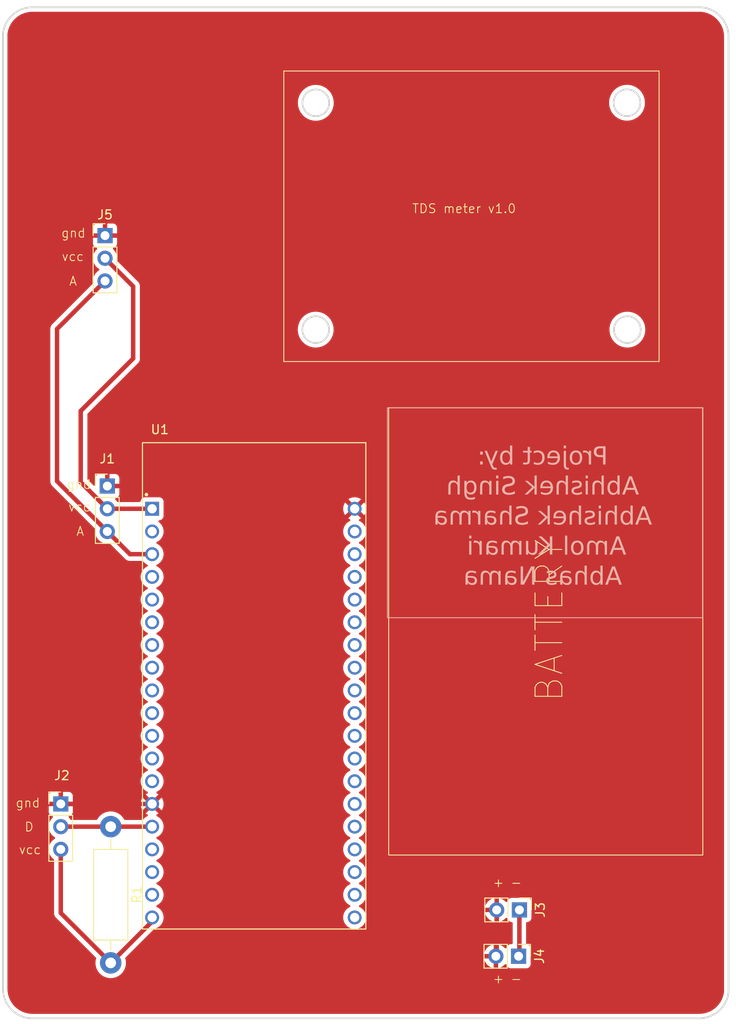
<source format=kicad_pcb>
(kicad_pcb (version 20240108) (generator "pcbnew") (generator_version "8.0")
  (title_block (title "PCB Water testing kit") (date "2024-04-08") (rev "V 1.0"))
  (layers (0 "F.Cu" signal) (31 "B.Cu" signal) (34 "B.Paste" user) (35 "F.Paste" user) (36 "B.SilkS" user "B.Silkscreen") (37 "F.SilkS" user "F.Silkscreen") (38 "B.Mask" user) (39 "F.Mask" user) (44 "Edge.Cuts" user))
  (net 0 "")
  (net 1 "Net-(J1-Pin_3)")
  (net 2 "Net-(J1-Pin_2)")
  (net 3 "Net-(J2-Pin_2)")
  (net 4 "Net-(J2-Pin_3)")
  (net 5 "vcc")
  (net 6 "gnd")
  (footprint "Connector_PinHeader_2.54mm:PinHeader_1x03_P2.54mm_Vertical" (layer "F.Cu") (at 44.072 58.005)
    (property "Reference" "J5" (at 0 -2.33 0) (layer "F.SilkS"))
    (property "Value" "TDS Sensor")
    (fp_line (start -1.33 -1.33) (end 0 -1.33) (stroke (width 0.12)) (layer "F.SilkS"))
    (fp_line (start -1.33 0) (end -1.33 -1.33) (stroke (width 0.12)) (layer "F.SilkS"))
    (fp_line (start -1.33 1.27) (end -1.33 6.41) (stroke (width 0.12)) (layer "F.SilkS"))
    (fp_line (start -1.33 1.27) (end 1.33 1.27) (stroke (width 0.12)) (layer "F.SilkS"))
    (fp_line (start -1.33 6.41) (end 1.33 6.41) (stroke (width 0.12)) (layer "F.SilkS"))
    (fp_line (start 1.33 1.27) (end 1.33 6.41) (stroke (width 0.12)) (layer "F.SilkS"))
    (pad "1" thru_hole rect (at 0 0) (size 1.7 1.7) (drill 1) (layers "*.Cu" "*.Mask") (net 6 "gnd"))
    (pad "2" thru_hole oval (at 0 2.54) (size 1.7 1.7) (drill 1) (layers "*.Cu" "*.Mask") (net 2 "Net-(J1-Pin_2)"))
    (pad "3" thru_hole oval (at 0 5.08) (size 1.7 1.7) (drill 1) (layers "*.Cu" "*.Mask") (net 1 "Net-(J1-Pin_3)"))
  )
  (footprint "Connector_PinHeader_2.54mm:PinHeader_1x03_P2.54mm_Vertical" (layer "F.Cu") (at 39.119 121.585)
    (property "Reference" "J2" (at 0.127 -3.175 0) (layer "F.SilkS"))
    (property "Value" "DS18B20")
    (fp_line (start -1.33 -1.33) (end 0 -1.33) (stroke (width 0.12)) (layer "F.SilkS"))
    (fp_line (start -1.33 0) (end -1.33 -1.33) (stroke (width 0.12)) (layer "F.SilkS"))
    (fp_line (start -1.33 1.27) (end -1.33 6.41) (stroke (width 0.12)) (layer "F.SilkS"))
    (fp_line (start -1.33 1.27) (end 1.33 1.27) (stroke (width 0.12)) (layer "F.SilkS"))
    (fp_line (start -1.33 6.41) (end 1.33 6.41) (stroke (width 0.12)) (layer "F.SilkS"))
    (fp_line (start 1.33 1.27) (end 1.33 6.41) (stroke (width 0.12)) (layer "F.SilkS"))
    (pad "1" thru_hole rect (at 0 0) (size 1.7 1.7) (drill 1) (layers "*.Cu" "*.Mask") (net 6 "gnd"))
    (pad "2" thru_hole oval (at 0 2.54) (size 1.7 1.7) (drill 1) (layers "*.Cu" "*.Mask") (net 3 "Net-(J2-Pin_2)"))
    (pad "3" thru_hole oval (at 0 5.08) (size 1.7 1.7) (drill 1) (layers "*.Cu" "*.Mask") (net 4 "Net-(J2-Pin_3)"))
  )
  (footprint "Footprints:MODULE_ESP32-wroom32" (layer "F.Cu") (at 59.312 108.325)
    (property "Reference" "U1" (at -9.11 -28.62 0) (layer "F.SilkS") (effects (font (size 1.000386 1.000386))))
    (property "Value" "ESP32-DEVKITC-32D")
    (fp_line (start -11.05 -27.15) (end 13.95 -27.15) (stroke (width 0.127)) (layer "F.SilkS"))
    (fp_line (start -11.05 27.25) (end -11.05 -27.15) (stroke (width 0.127)) (layer "F.SilkS"))
    (fp_line (start 13.95 -27.15) (end 13.95 27.25) (stroke (width 0.127)) (layer "F.SilkS"))
    (fp_line (start 13.95 27.25) (end -11.05 27.25) (stroke (width 0.127)) (layer "F.SilkS"))
    (fp_circle (center -10.61 -21.35) (end -10.51 -21.35) (stroke (width 0.2)) (fill none) (layer "F.SilkS"))
    (pad "J2-1" thru_hole rect (at -9.97 -19.76) (size 1.56 1.56) (drill 1.04) (layers "*.Cu" "*.Mask") (net 2 "Net-(J1-Pin_2)"))
    (pad "J2-2" thru_hole circle (at -9.97 -17.22) (size 1.56 1.56) (drill 1.04) (layers "*.Cu" "*.Mask"))
    (pad "J2-3" thru_hole circle (at -9.97 -14.68) (size 1.56 1.56) (drill 1.04) (layers "*.Cu" "*.Mask") (net 1 "Net-(J1-Pin_3)"))
    (pad "J2-4" thru_hole circle (at -9.97 -12.14) (size 1.56 1.56) (drill 1.04) (layers "*.Cu" "*.Mask"))
    (pad "J2-5" thru_hole circle (at -9.97 -9.6) (size 1.56 1.56) (drill 1.04) (layers "*.Cu" "*.Mask"))
    (pad "J2-6" thru_hole circle (at -9.97 -7.06) (size 1.56 1.56) (drill 1.04) (layers "*.Cu" "*.Mask"))
    (pad "J2-7" thru_hole circle (at -9.97 -4.52) (size 1.56 1.56) (drill 1.04) (layers "*.Cu" "*.Mask"))
    (pad "J2-8" thru_hole circle (at -9.97 -1.98) (size 1.56 1.56) (drill 1.04) (layers "*.Cu" "*.Mask"))
    (pad "J2-9" thru_hole circle (at -9.97 0.56) (size 1.56 1.56) (drill 1.04) (layers "*.Cu" "*.Mask"))
    (pad "J2-10" thru_hole circle (at -9.97 3.1) (size 1.56 1.56) (drill 1.04) (layers "*.Cu" "*.Mask"))
    (pad "J2-11" thru_hole circle (at -9.97 5.64) (size 1.56 1.56) (drill 1.04) (layers "*.Cu" "*.Mask"))
    (pad "J2-12" thru_hole circle (at -9.97 8.18) (size 1.56 1.56) (drill 1.04) (layers "*.Cu" "*.Mask"))
    (pad "J2-13" thru_hole circle (at -9.97 10.72) (size 1.56 1.56) (drill 1.04) (layers "*.Cu" "*.Mask"))
    (pad "J2-14" thru_hole circle (at -9.97 13.26) (size 1.56 1.56) (drill 1.04) (layers "*.Cu" "*.Mask") (net 6 "gnd"))
    (pad "J2-15" thru_hole circle (at -9.97 15.8) (size 1.56 1.56) (drill 1.04) (layers "*.Cu" "*.Mask") (net 3 "Net-(J2-Pin_2)"))
    (pad "J2-16" thru_hole circle (at -9.97 18.34) (size 1.56 1.56) (drill 1.04) (layers "*.Cu" "*.Mask"))
    (pad "J2-17" thru_hole circle (at -9.97 20.88) (size 1.56 1.56) (drill 1.04) (layers "*.Cu" "*.Mask"))
    (pad "J2-18" thru_hole circle (at -9.97 23.42) (size 1.56 1.56) (drill 1.04) (layers "*.Cu" "*.Mask"))
    (pad "J2-19" thru_hole circle (at -9.97 25.96) (size 1.56 1.56) (drill 1.04) (layers "*.Cu" "*.Mask") (net 4 "Net-(J2-Pin_3)"))
    (pad "J3-1" thru_hole circle (at 12.7 -19.76) (size 1.56 1.56) (drill 1.04) (layers "*.Cu" "*.Mask") (net 6 "gnd"))
    (pad "J3-2" thru_hole circle (at 12.7 -17.22) (size 1.56 1.56) (drill 1.04) (layers "*.Cu" "*.Mask"))
    (pad "J3-3" thru_hole circle (at 12.7 -14.68) (size 1.56 1.56) (drill 1.04) (layers "*.Cu" "*.Mask"))
    (pad "J3-4" thru_hole circle (at 12.7 -12.14) (size 1.56 1.56) (drill 1.04) (layers "*.Cu" "*.Mask"))
    (pad "J3-5" thru_hole circle (at 12.7 -9.6) (size 1.56 1.56) (drill 1.04) (layers "*.Cu" "*.Mask"))
    (pad "J3-6" thru_hole circle (at 12.7 -7.06) (size 1.56 1.56) (drill 1.04) (layers "*.Cu" "*.Mask"))
    (pad "J3-7" thru_hole circle (at 12.7 -4.52) (size 1.56 1.56) (drill 1.04) (layers "*.Cu" "*.Mask"))
    (pad "J3-8" thru_hole circle (at 12.7 -1.98) (size 1.56 1.56) (drill 1.04) (layers "*.Cu" "*.Mask"))
    (pad "J3-9" thru_hole circle (at 12.7 0.56) (size 1.56 1.56) (drill 1.04) (layers "*.Cu" "*.Mask"))
    (pad "J3-10" thru_hole circle (at 12.7 3.1) (size 1.56 1.56) (drill 1.04) (layers "*.Cu" "*.Mask"))
    (pad "J3-11" thru_hole circle (at 12.7 5.64) (size 1.56 1.56) (drill 1.04) (layers "*.Cu" "*.Mask"))
    (pad "J3-12" thru_hole circle (at 12.7 8.18) (size 1.56 1.56) (drill 1.04) (layers "*.Cu" "*.Mask"))
    (pad "J3-13" thru_hole circle (at 12.7 10.72) (size 1.56 1.56) (drill 1.04) (layers "*.Cu" "*.Mask"))
    (pad "J3-14" thru_hole circle (at 12.7 13.26) (size 1.56 1.56) (drill 1.04) (layers "*.Cu" "*.Mask"))
    (pad "J3-15" thru_hole circle (at 12.7 15.8) (size 1.56 1.56) (drill 1.04) (layers "*.Cu" "*.Mask"))
    (pad "J3-16" thru_hole circle (at 12.7 18.34) (size 1.56 1.56) (drill 1.04) (layers "*.Cu" "*.Mask"))
    (pad "J3-17" thru_hole circle (at 12.7 20.88) (size 1.56 1.56) (drill 1.04) (layers "*.Cu" "*.Mask"))
    (pad "J3-18" thru_hole circle (at 12.7 23.42) (size 1.56 1.56) (drill 1.04) (layers "*.Cu" "*.Mask"))
    (pad "J3-19" thru_hole circle (at 12.7 25.96) (size 1.56 1.56) (drill 1.04) (layers "*.Cu" "*.Mask"))
  )
  (footprint "Connector_PinHeader_2.54mm:PinHeader_1x02_P2.54mm_Vertical" (layer "F.Cu") (at 90.358 138.622 -90)
    (property "Reference" "J4" (at 0 -2.33 -90) (layer "F.SilkS"))
    (property "Value" "Battery")
    (fp_line (start -1.33 3.87) (end 1.33 3.87) (stroke (width 0.12)) (layer "F.SilkS"))
    (fp_line (start -1.33 1.27) (end -1.33 3.87) (stroke (width 0.12)) (layer "F.SilkS"))
    (fp_line (start -1.33 1.27) (end 1.33 1.27) (stroke (width 0.12)) (layer "F.SilkS"))
    (fp_line (start 1.33 1.27) (end 1.33 3.87) (stroke (width 0.12)) (layer "F.SilkS"))
    (fp_line (start -1.33 0) (end -1.33 -1.33) (stroke (width 0.12)) (layer "F.SilkS"))
    (fp_line (start -1.33 -1.33) (end 0 -1.33) (stroke (width 0.12)) (layer "F.SilkS"))
    (pad "1" thru_hole rect (at 0 0 270) (size 1.7 1.7) (drill 1) (layers "*.Cu" "*.Mask") (net 5 "vcc"))
    (pad "2" thru_hole oval (at 0 2.54 270) (size 1.7 1.7) (drill 1) (layers "*.Cu" "*.Mask") (net 6 "gnd"))
  )
  (footprint "Connector_PinHeader_2.54mm:PinHeader_1x02_P2.54mm_Vertical" (layer "F.Cu") (at 90.448 133.442 -90)
    (property "Reference" "J3" (at 0 -2.33 -90) (layer "F.SilkS"))
    (property "Value" "Battery Connector")
    (fp_line (start -1.33 3.87) (end 1.33 3.87) (stroke (width 0.12)) (layer "F.SilkS"))
    (fp_line (start -1.33 1.27) (end -1.33 3.87) (stroke (width 0.12)) (layer "F.SilkS"))
    (fp_line (start -1.33 1.27) (end 1.33 1.27) (stroke (width 0.12)) (layer "F.SilkS"))
    (fp_line (start 1.33 1.27) (end 1.33 3.87) (stroke (width 0.12)) (layer "F.SilkS"))
    (fp_line (start -1.33 0) (end -1.33 -1.33) (stroke (width 0.12)) (layer "F.SilkS"))
    (fp_line (start -1.33 -1.33) (end 0 -1.33) (stroke (width 0.12)) (layer "F.SilkS"))
    (pad "1" thru_hole rect (at 0 0 270) (size 1.7 1.7) (drill 1) (layers "*.Cu" "*.Mask") (net 5 "vcc"))
    (pad "2" thru_hole oval (at 0 2.54 270) (size 1.7 1.7) (drill 1) (layers "*.Cu" "*.Mask") (net 6 "gnd"))
  )
  (footprint "Resistor_THT:R_Axial_DIN0411_L9.9mm_D3.6mm_P15.24mm_Horizontal" (layer "F.Cu") (at 44.707 124.125 -90)
    (property "Reference" "R1" (at 7.62 -2.92 90) (layer "F.SilkS"))
    (property "Value" "R")
    (fp_line (start 2.55 1.92) (end 12.69 1.92) (stroke (width 0.12)) (layer "F.SilkS"))
    (fp_line (start 12.69 1.92) (end 12.69 -1.92) (stroke (width 0.12)) (layer "F.SilkS"))
    (fp_line (start 1.44 0) (end 2.55 0) (stroke (width 0.12)) (layer "F.SilkS"))
    (fp_line (start 13.8 0) (end 12.69 0) (stroke (width 0.12)) (layer "F.SilkS"))
    (fp_line (start 2.55 -1.92) (end 2.55 1.92) (stroke (width 0.12)) (layer "F.SilkS"))
    (fp_line (start 12.69 -1.92) (end 2.55 -1.92) (stroke (width 0.12)) (layer "F.SilkS"))
    (pad "1" thru_hole circle (at 0 0 270) (size 2.4 2.4) (drill 1.2) (layers "*.Cu" "*.Mask") (net 3 "Net-(J2-Pin_2)"))
    (pad "2" thru_hole oval (at 15.24 0 270) (size 2.4 2.4) (drill 1.2) (layers "*.Cu" "*.Mask") (net 4 "Net-(J2-Pin_3)"))
  )
  (footprint "Connector_PinHeader_2.54mm:PinHeader_1x03_P2.54mm_Vertical" (layer "F.Cu") (at 44.326 86.025)
    (property "Reference" "J1" (at 0 -3.048 0) (layer "F.SilkS"))
    (property "Value" "TDS Sensor Connector")
    (fp_line (start -1.33 -1.33) (end 0 -1.33) (stroke (width 0.12)) (layer "F.SilkS"))
    (fp_line (start -1.33 0) (end -1.33 -1.33) (stroke (width 0.12)) (layer "F.SilkS"))
    (fp_line (start -1.33 1.27) (end -1.33 6.41) (stroke (width 0.12)) (layer "F.SilkS"))
    (fp_line (start -1.33 1.27) (end 1.33 1.27) (stroke (width 0.12)) (layer "F.SilkS"))
    (fp_line (start -1.33 6.41) (end 1.33 6.41) (stroke (width 0.12)) (layer "F.SilkS"))
    (fp_line (start 1.33 1.27) (end 1.33 6.41) (stroke (width 0.12)) (layer "F.SilkS"))
    (pad "1" thru_hole rect (at 0 0) (size 1.7 1.7) (drill 1) (layers "*.Cu" "*.Mask") (net 6 "gnd"))
    (pad "2" thru_hole oval (at 0 2.54) (size 1.7 1.7) (drill 1) (layers "*.Cu" "*.Mask") (net 2 "Net-(J1-Pin_2)"))
    (pad "3" thru_hole oval (at 0 5.08) (size 1.7 1.7) (drill 1) (layers "*.Cu" "*.Mask") (net 1 "Net-(J1-Pin_3)"))
  )
  (gr_rect (start 75.678 77.272) (end 110.948 100.752) (stroke (width 0.1)) (fill none) (layer "B.SilkS"))
  (gr_line (start 64.082 72.095) (end 64.082 39.595) (stroke (width 0.1)) (layer "F.SilkS"))
  (gr_line (start 106.082 39.595) (end 106.082 72.095) (stroke (width 0.1)) (layer "F.SilkS"))
  (gr_rect (start 75.822 77.262) (end 110.978 127.3) (stroke (width 0.1)) (fill none) (layer "F.SilkS"))
  (gr_line (start 64.082 39.595) (end 106.082 39.595) (stroke (width 0.1)) (layer "F.SilkS"))
  (gr_line (start 106.082 72.095) (end 64.082 72.095) (stroke (width 0.1)) (layer "F.SilkS"))
  (gr_line (start 35.932 32.467769) (end 110.806489 32.467769) (stroke (width 0.2)) (layer "Edge.Cuts"))
  (gr_line (start 110.574548 145.568548) (end 35.9515 145.568548) (stroke (width 0.2)) (layer "Edge.Cuts"))
  (gr_circle (center 102.492 43.145) (end 103.992 43.145) (stroke (width 0.2)) (fill none) (layer "Edge.Cuts"))
  (gr_line (start 113.854548 35.921216) (end 113.854548 142.63126) (stroke (width 0.2)) (layer "Edge.Cuts"))
  (gr_arc (start 113.854548 142.63126) (mid 112.776038 144.726903) (end 110.574548 145.568548) (stroke (width 0.2)) (layer "Edge.Cuts"))
  (gr_circle (center 102.532 68.525) (end 104.032 68.525) (stroke (width 0.2)) (fill none) (layer "Edge.Cuts"))
  (gr_arc (start 35.9515 145.568548) (mid 33.618014 144.601986) (end 32.651452 142.2685) (stroke (width 0.2)) (layer "Edge.Cuts"))
  (gr_line (start 32.651452 142.2685) (end 32.651452 35.409995) (stroke (width 0.2)) (layer "Edge.Cuts"))
  (gr_arc (start 110.806489 32.467769) (mid 113.032692 33.574745) (end 113.854548 35.921216) (stroke (width 0.2)) (layer "Edge.Cuts"))
  (gr_circle (center 67.652 68.525) (end 69.152 68.525) (stroke (width 0.2)) (fill none) (layer "Edge.Cuts"))
  (gr_circle (center 67.662 43.155) (end 69.162 43.155) (stroke (width 0.2)) (fill none) (layer "Edge.Cuts"))
  (gr_arc (start 32.651452 35.409995) (mid 33.728677 33.311097) (end 35.932 32.467798) (stroke (width 0.2)) (layer "Edge.Cuts"))
  (gr_text "Project by:\nAbhishek Singh\nAbhishek Sharma\nAmol Kumari \nAbhas Nama" (at 93.048 89.502 0) (layer "B.SilkS") (effects (font (size 2 2) (thickness 0.375)) (justify mirror)))
  (gr_text "A" (at 40.002 63.685 0) (layer "F.SilkS") (effects (font (size 1 1) (thickness 0.1)) (justify left bottom)))
  (gr_text "BATTERY" (at 95.568 110.322 90) (layer "F.SilkS") (effects (font (size 3 3) (thickness 0.1)) (justify left bottom)))
  (gr_text "D" (at 35.012 124.745 0) (layer "F.SilkS") (effects (font (size 1 1) (thickness 0.1)) (justify left bottom)))
  (gr_text "vcc" (at 39.162 60.935 0) (layer "F.SilkS") (effects (font (size 1 1) (thickness 0.1)) (justify left bottom)))
  (gr_text "vcc" (at 34.372 127.285 0) (layer "F.SilkS") (effects (font (size 1 1) (thickness 0.1)) (justify left bottom)))
  (gr_text "+ -" (at 87.418 141.732 0) (layer "F.SilkS") (effects (font (size 1 1) (thickness 0.1)) (justify left bottom)))
  (gr_text "+ -" (at 87.418 130.972 0) (layer "F.SilkS") (effects (font (size 1 1) (thickness 0.1)) (justify left bottom)))
  (gr_text "A" (at 40.802 91.665 0) (layer "F.SilkS") (effects (font (size 1 1) (thickness 0.1)) (justify left bottom)))
  (gr_text "gnd" (at 39.732 86.415 0) (layer "F.SilkS") (effects (font (size 1 1) (thickness 0.1)) (justify left bottom)))
  (gr_text "TDS meter v1.0" (at 78.382 55.575 0) (layer "F.SilkS") (effects (font (size 1 1) (thickness 0.1)) (justify left bottom)))
  (gr_text "gnd" (at 34.012 122.055 0) (layer "F.SilkS") (effects (font (size 1 1) (thickness 0.1)) (justify left bottom)))
  (gr_text "vcc" (at 39.902 88.945 0) (layer "F.SilkS") (effects (font (size 1 1) (thickness 0.1)) (justify left bottom)))
  (gr_text "gnd" (at 39.112 58.305 0) (layer "F.SilkS") (effects (font (size 1 1) (thickness 0.1)) (justify left bottom)))
  (segment (start 44.072 63.085) (end 38.702 68.455) (width 0.5) (layer "F.Cu") (net 1))
  (segment (start 44.326 91.105) (end 46.866 93.645) (width 0.5) (layer "F.Cu") (net 1))
  (segment (start 46.866 93.645) (end 49.342 93.645) (width 0.5) (layer "F.Cu") (net 1))
  (segment (start 38.702 85.481) (end 44.326 91.105) (width 0.5) (layer "F.Cu") (net 1))
  (segment (start 38.702 68.455) (end 38.702 85.481) (width 0.5) (layer "F.Cu") (net 1))
  (segment (start 47.222 71.755) (end 41.352 77.625) (width 0.5) (layer "F.Cu") (net 2))
  (segment (start 44.326 88.565) (end 49.342 88.565) (width 0.5) (layer "F.Cu") (net 2))
  (segment (start 44.072 60.545) (end 47.222 63.695) (width 0.5) (layer "F.Cu") (net 2))
  (segment (start 41.352 85.591) (end 44.326 88.565) (width 0.5) (layer "F.Cu") (net 2))
  (segment (start 41.352 77.625) (end 41.352 85.591) (width 0.5) (layer "F.Cu") (net 2))
  (segment (start 47.222 63.695) (end 47.222 71.755) (width 0.5) (layer "F.Cu") (net 2))
  (segment (start 44.707 124.125) (end 49.342 124.125) (width 0.5) (layer "F.Cu") (net 3))
  (segment (start 39.119 124.125) (end 44.707 124.125) (width 0.5) (layer "F.Cu") (net 3))
  (segment (start 39.119 126.665) (end 39.119 133.777) (width 0.5) (layer "F.Cu") (net 4))
  (segment (start 49.342 134.73) (end 49.342 134.285) (width 0.5) (layer "F.Cu") (net 4))
  (segment (start 39.119 133.777) (end 44.707 139.365) (width 0.5) (layer "F.Cu") (net 4))
  (segment (start 44.707 139.365) (end 49.342 134.73) (width 0.5) (layer "F.Cu") (net 4))
  (segment (start 90.448 138.532) (end 90.358 138.622) (width 0.5) (layer "F.Cu") (net 5))
  (segment (start 90.448 133.442) (end 90.448 138.532) (width 0.5) (layer "F.Cu") (net 5))
  (segment (start 87.908 133.442) (end 87.908 138.532) (width 0.5) (layer "F.Cu") (net 6))
  (segment (start 39.119 121.585) (end 49.342 121.585) (width 0.5) (layer "F.Cu") (net 6))
  (segment (start 44.326 86.025) (end 69.472 86.025) (width 0.5) (layer "F.Cu") (net 6))
  (segment (start 87.908 138.532) (end 87.818 138.622) (width 0.5) (layer "F.Cu") (net 6))
  (segment (start 69.472 86.025) (end 72.012 88.565) (width 0.5) (layer "F.Cu") (net 6))
  (zone (net 6) (net_name "gnd") (layer "F.Cu") (name "gnd") (connect_pads (clearance 0.5)) (min_thickness 0.25) (fill yes (thermal_gap 0.5) (thermal_bridge_width 0.5))
    (polygon (pts (xy 32.318 145.962) (xy 32.318 31.652) (xy 114.468 31.652) (xy 114.698 31.882) (xy 114.698 145.692) (xy 114.168 146.222) (xy 32.578 146.222)))
  )
)
</source>
